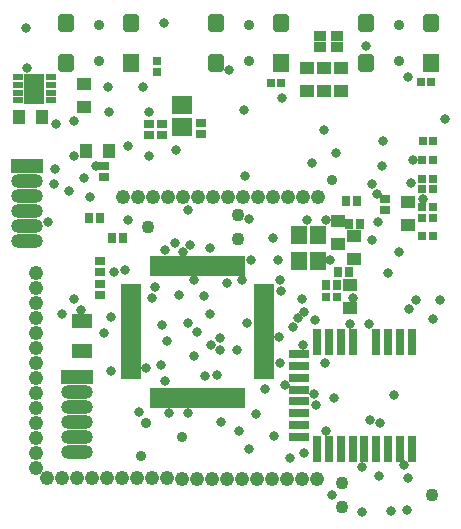
<source format=gts>
G04 Layer_Color=8388736*
%FSLAX44Y44*%
%MOMM*%
G71*
G01*
G75*
%ADD31C,0.9000*%
G04:AMPARAMS|DCode=46|XSize=1.6032mm|YSize=1.4032mm|CornerRadius=0.4016mm|HoleSize=0mm|Usage=FLASHONLY|Rotation=90.000|XOffset=0mm|YOffset=0mm|HoleType=Round|Shape=RoundedRectangle|*
%AMROUNDEDRECTD46*
21,1,1.6032,0.6000,0,0,90.0*
21,1,0.8000,1.4032,0,0,90.0*
1,1,0.8032,0.3000,0.4000*
1,1,0.8032,0.3000,-0.4000*
1,1,0.8032,-0.3000,-0.4000*
1,1,0.8032,-0.3000,0.4000*
%
%ADD46ROUNDEDRECTD46*%
%ADD47R,1.4032X1.6032*%
%ADD48R,1.4224X1.6256*%
%ADD49R,0.7032X2.2032*%
%ADD50R,1.7032X0.7032*%
%ADD51R,0.8032X0.8232*%
%ADD52R,0.8232X0.8032*%
%ADD53R,0.7532X0.7532*%
%ADD54R,0.4826X1.6764*%
%ADD55R,1.6764X0.4826*%
%ADD56R,1.1532X1.0532*%
%ADD57R,1.0532X1.1532*%
%ADD58R,1.7532X1.2032*%
%ADD59R,0.7532X0.7532*%
%ADD60R,0.8532X0.5032*%
%ADD61R,1.8034X2.5532*%
%ADD62R,1.0532X0.8532*%
%ADD63R,1.7272X1.5240*%
%ADD64R,2.7032X1.2032*%
%ADD65O,2.7032X1.2032*%
%ADD66C,1.2192*%
%ADD67C,1.1032*%
%ADD68C,0.8128*%
%ADD69C,0.9032*%
D31*
X-47850Y-40000D02*
D03*
Y-10000D02*
D03*
X-301850Y-40000D02*
D03*
Y-10000D02*
D03*
X-174850Y-40000D02*
D03*
Y-10000D02*
D03*
D46*
X-75600Y-8000D02*
D03*
X-20100D02*
D03*
X-75600Y-42000D02*
D03*
X-329600Y-8000D02*
D03*
X-274100D02*
D03*
X-329600Y-42000D02*
D03*
X-202600Y-8000D02*
D03*
X-147100D02*
D03*
X-202600Y-42000D02*
D03*
D47*
X-20100D02*
D03*
X-274100D02*
D03*
X-147100D02*
D03*
D48*
X-132223Y-209698D02*
D03*
Y-187522D02*
D03*
X-116095Y-209698D02*
D03*
Y-187522D02*
D03*
D49*
X-96826Y-368512D02*
D03*
X-86826D02*
D03*
X-76826D02*
D03*
X-66826D02*
D03*
X-56826D02*
D03*
X-46825D02*
D03*
X-36825D02*
D03*
X-106826D02*
D03*
X-116826D02*
D03*
Y-278512D02*
D03*
X-106826D02*
D03*
X-96826D02*
D03*
X-86826D02*
D03*
X-56826D02*
D03*
X-66826D02*
D03*
X-46825D02*
D03*
X-36825D02*
D03*
D50*
X-131826Y-348512D02*
D03*
Y-338512D02*
D03*
Y-318512D02*
D03*
Y-328512D02*
D03*
Y-298512D02*
D03*
Y-288512D02*
D03*
Y-308512D02*
D03*
Y-358512D02*
D03*
D51*
X-309753Y-173428D02*
D03*
X-300553D02*
D03*
X-92577Y-158880D02*
D03*
X-83377D02*
D03*
X-89710Y-178460D02*
D03*
X-80509D02*
D03*
X-290340Y-190096D02*
D03*
X-281140D02*
D03*
X-99332Y-219285D02*
D03*
X-90132D02*
D03*
X-100157Y-230212D02*
D03*
X-109357D02*
D03*
D52*
X-259509Y-93546D02*
D03*
Y-102746D02*
D03*
X-215318Y-92702D02*
D03*
Y-101902D02*
D03*
X-297115Y-128952D02*
D03*
Y-138153D02*
D03*
X-248309Y-93680D02*
D03*
Y-102880D02*
D03*
X-59413Y-166208D02*
D03*
Y-157008D02*
D03*
X-300463Y-219032D02*
D03*
Y-209832D02*
D03*
X-300304Y-229472D02*
D03*
Y-238672D02*
D03*
D53*
X-27373Y-108213D02*
D03*
X-18373D02*
D03*
X-27871Y-124145D02*
D03*
X-18871D02*
D03*
X-28058Y-139953D02*
D03*
X-19058D02*
D03*
X-27933Y-148854D02*
D03*
X-18933D02*
D03*
X-28058Y-164164D02*
D03*
X-19058D02*
D03*
X-28121Y-172927D02*
D03*
X-19121D02*
D03*
X-28140Y-188280D02*
D03*
X-19140D02*
D03*
X-147264Y-59111D02*
D03*
X-156264D02*
D03*
X-20055Y-58367D02*
D03*
X-29055D02*
D03*
X-109087Y-239797D02*
D03*
X-100087D02*
D03*
D54*
X-180448Y-213502D02*
D03*
X-185528D02*
D03*
X-190608D02*
D03*
X-195434D02*
D03*
X-200514D02*
D03*
X-205594D02*
D03*
X-210420D02*
D03*
X-215500D02*
D03*
X-220580D02*
D03*
X-225660D02*
D03*
X-230486D02*
D03*
X-235566D02*
D03*
X-240646D02*
D03*
X-245472D02*
D03*
X-250552D02*
D03*
X-255632D02*
D03*
Y-325770D02*
D03*
X-250552D02*
D03*
X-245472D02*
D03*
X-240646D02*
D03*
X-235566D02*
D03*
X-230486D02*
D03*
X-225660D02*
D03*
X-220580D02*
D03*
X-215500D02*
D03*
X-210420D02*
D03*
X-205594D02*
D03*
X-200514D02*
D03*
X-195434D02*
D03*
X-190608D02*
D03*
X-185528D02*
D03*
X-180448D02*
D03*
D55*
X-274174Y-232044D02*
D03*
Y-237124D02*
D03*
Y-242204D02*
D03*
Y-247030D02*
D03*
Y-252110D02*
D03*
Y-257190D02*
D03*
Y-262016D02*
D03*
Y-267096D02*
D03*
Y-272176D02*
D03*
Y-277256D02*
D03*
Y-282082D02*
D03*
Y-287162D02*
D03*
Y-292242D02*
D03*
Y-297068D02*
D03*
Y-302148D02*
D03*
Y-307228D02*
D03*
X-161906D02*
D03*
Y-302148D02*
D03*
Y-297068D02*
D03*
Y-292242D02*
D03*
Y-287162D02*
D03*
Y-282082D02*
D03*
Y-277256D02*
D03*
Y-272176D02*
D03*
Y-267096D02*
D03*
Y-262016D02*
D03*
Y-257190D02*
D03*
Y-252110D02*
D03*
Y-247030D02*
D03*
Y-242204D02*
D03*
Y-237124D02*
D03*
Y-232044D02*
D03*
D56*
X-110885Y-65745D02*
D03*
Y-46245D02*
D03*
X-96670Y-65745D02*
D03*
Y-46245D02*
D03*
X-125100Y-65745D02*
D03*
Y-46245D02*
D03*
X-314527Y-79686D02*
D03*
Y-60186D02*
D03*
X-39965Y-159512D02*
D03*
Y-179012D02*
D03*
X-85762Y-207875D02*
D03*
Y-188375D02*
D03*
X-99501Y-195675D02*
D03*
Y-176175D02*
D03*
X-88961Y-229633D02*
D03*
Y-249133D02*
D03*
D57*
X-369325Y-87614D02*
D03*
X-349825D02*
D03*
X-312461Y-116919D02*
D03*
X-292961D02*
D03*
D58*
X-315805Y-286074D02*
D03*
Y-260073D02*
D03*
D59*
X-252477Y-40696D02*
D03*
Y-49696D02*
D03*
D60*
X-370076Y-54052D02*
D03*
Y-60552D02*
D03*
Y-67052D02*
D03*
Y-73551D02*
D03*
X-342576D02*
D03*
Y-67052D02*
D03*
Y-60552D02*
D03*
Y-54052D02*
D03*
D61*
X-356326Y-63801D02*
D03*
D62*
X-99950Y-28050D02*
D03*
X-114450Y-19550D02*
D03*
X-99950D02*
D03*
X-114450Y-28050D02*
D03*
D63*
X-231470Y-77385D02*
D03*
Y-96537D02*
D03*
D64*
X-320523Y-308152D02*
D03*
X-362580Y-128825D02*
D03*
D65*
X-320523Y-320852D02*
D03*
Y-333552D02*
D03*
Y-358952D02*
D03*
Y-346252D02*
D03*
Y-371652D02*
D03*
X-362580Y-141525D02*
D03*
Y-154225D02*
D03*
Y-179625D02*
D03*
Y-166925D02*
D03*
Y-192325D02*
D03*
D66*
X-281614Y-155503D02*
D03*
X-268914D02*
D03*
X-256214D02*
D03*
X-243514D02*
D03*
X-230814D02*
D03*
X-218114D02*
D03*
X-205414D02*
D03*
X-116514D02*
D03*
X-129214D02*
D03*
X-141914D02*
D03*
X-154614D02*
D03*
X-167314D02*
D03*
X-180014D02*
D03*
X-192714D02*
D03*
X-256976Y-393755D02*
D03*
X-244276D02*
D03*
X-231576Y-394009D02*
D03*
X-218876D02*
D03*
X-206176D02*
D03*
X-269676Y-393755D02*
D03*
X-282376D02*
D03*
X-295076D02*
D03*
X-307776D02*
D03*
X-320476D02*
D03*
X-333176D02*
D03*
X-345876D02*
D03*
X-117276Y-394009D02*
D03*
X-129976D02*
D03*
X-180776D02*
D03*
X-193476D02*
D03*
X-354766Y-308665D02*
D03*
Y-321365D02*
D03*
Y-334065D02*
D03*
Y-346765D02*
D03*
Y-359465D02*
D03*
Y-372165D02*
D03*
Y-384865D02*
D03*
Y-295965D02*
D03*
Y-283265D02*
D03*
Y-270565D02*
D03*
Y-257865D02*
D03*
Y-245165D02*
D03*
Y-232465D02*
D03*
Y-219765D02*
D03*
X-155376Y-394263D02*
D03*
X-142676Y-394009D02*
D03*
X-168076D02*
D03*
D67*
X-19913Y-407358D02*
D03*
X-96113Y-397198D02*
D03*
Y-417518D02*
D03*
X-183972Y-170462D02*
D03*
Y-190783D02*
D03*
X-260172Y-180623D02*
D03*
D68*
X-322864Y-120667D02*
D03*
X-338439Y-131371D02*
D03*
X-109332Y-175330D02*
D03*
X-121354Y-126703D02*
D03*
X-172517Y-208757D02*
D03*
X-246573Y-8041D02*
D03*
X-363242Y-12126D02*
D03*
X-357663Y-59403D02*
D03*
X-328375Y-41439D02*
D03*
X-177733Y-137613D02*
D03*
X-237251Y-194438D02*
D03*
X-127974Y-372574D02*
D03*
X-174825Y-368746D02*
D03*
X-160606Y-318184D02*
D03*
X-153178Y-357723D02*
D03*
X-198499Y-345641D02*
D03*
X-248920Y-297878D02*
D03*
X-248058Y-263843D02*
D03*
X-230486Y-202120D02*
D03*
X-118364Y-259270D02*
D03*
X-88900Y-263335D02*
D03*
X-117856Y-331152D02*
D03*
X-150114Y-208437D02*
D03*
X-64008Y-347155D02*
D03*
X-211836Y-306768D02*
D03*
X-206756Y-280861D02*
D03*
X-221488Y-225996D02*
D03*
X-153924Y-189928D02*
D03*
X-191262Y-47688D02*
D03*
X-75600Y-27877D02*
D03*
X-259509Y-83503D02*
D03*
X-292961D02*
D03*
X-304038Y-129222D02*
D03*
X-144272Y-314643D02*
D03*
X-64770Y-391604D02*
D03*
X-40640Y-420052D02*
D03*
X-79248Y-421830D02*
D03*
Y-383731D02*
D03*
X-109728Y-353251D02*
D03*
X-102870Y-325564D02*
D03*
X-119126Y-322262D02*
D03*
X-101092Y-117793D02*
D03*
X-259509Y-120412D02*
D03*
X-180340Y-225996D02*
D03*
X-207645Y-198692D02*
D03*
X-146558Y-71311D02*
D03*
X-8636Y-89345D02*
D03*
X-12700Y-242761D02*
D03*
X-33274D02*
D03*
X-56642Y-219393D02*
D03*
X-86868Y-240982D02*
D03*
X-226589Y-261810D02*
D03*
X-225806Y-166306D02*
D03*
X-245364Y-200597D02*
D03*
X-149352Y-274256D02*
D03*
X-137414Y-265875D02*
D03*
X-218694Y-269939D02*
D03*
X-339852Y-144208D02*
D03*
X-337820Y-93443D02*
D03*
X-39624Y-53784D02*
D03*
X-179070Y-81470D02*
D03*
X-130030Y-241744D02*
D03*
X-110885Y-99110D02*
D03*
X-132929Y-257914D02*
D03*
X-62230Y-129222D02*
D03*
X-127762Y-252747D02*
D03*
X-201850Y-306181D02*
D03*
X-226060Y-338265D02*
D03*
X-183388Y-353759D02*
D03*
X-168910Y-339281D02*
D03*
X-72390Y-343853D02*
D03*
X-51816Y-323279D02*
D03*
X-39370Y-250634D02*
D03*
X-70358Y-191961D02*
D03*
X-242316Y-338518D02*
D03*
X-322834Y-241999D02*
D03*
X-322580Y-91376D02*
D03*
X-148590Y-296355D02*
D03*
X-109982D02*
D03*
X-73149Y-263335D02*
D03*
X-220980Y-290005D02*
D03*
X-199152Y-284590D02*
D03*
X-176578Y-262016D02*
D03*
X-233781Y-238188D02*
D03*
X-212986Y-238928D02*
D03*
X-199152Y-274445D02*
D03*
X-128524Y-280352D02*
D03*
X-279589Y-217680D02*
D03*
X-125730Y-175196D02*
D03*
X-148590Y-225742D02*
D03*
X-261874Y-299911D02*
D03*
X-316738Y-251143D02*
D03*
X-244348Y-277256D02*
D03*
X-193527Y-228582D02*
D03*
X-362458Y-46418D02*
D03*
X-224282Y-196024D02*
D03*
X-174498Y-174435D02*
D03*
X-326644Y-150304D02*
D03*
X-309372Y-155639D02*
D03*
X-207264Y-254191D02*
D03*
X-139700Y-376365D02*
D03*
X-297180Y-270700D02*
D03*
X-333248Y-254191D02*
D03*
X-288789Y-219148D02*
D03*
X-105918Y-208724D02*
D03*
X-147320Y-234853D02*
D03*
X-314198Y-139382D02*
D03*
X-277181Y-112018D02*
D03*
X-70612Y-144761D02*
D03*
X-254311Y-232044D02*
D03*
X-19140Y-258344D02*
D03*
X-291084Y-256985D02*
D03*
Y-302451D02*
D03*
X-245472Y-310996D02*
D03*
X-267910Y-337309D02*
D03*
X-344932Y-176467D02*
D03*
X-264693Y-61912D02*
D03*
X-294132D02*
D03*
X-236474Y-115807D02*
D03*
X-26924Y-157416D02*
D03*
X-256746Y-240728D02*
D03*
X-47681Y-202374D02*
D03*
X-66294Y-152591D02*
D03*
X-42926Y-382206D02*
D03*
X-65532Y-176569D02*
D03*
X-60960Y-108140D02*
D03*
X-36065Y-124145D02*
D03*
X-37216Y-143569D02*
D03*
X-54356Y-421576D02*
D03*
X-104140Y-408115D02*
D03*
X-39878Y-393382D02*
D03*
X-184769Y-284606D02*
D03*
X-276985Y-175176D02*
D03*
D69*
X-104405Y-140948D02*
D03*
X-265979Y-374645D02*
D03*
X-230894Y-358622D02*
D03*
X-261579Y-347081D02*
D03*
M02*

</source>
